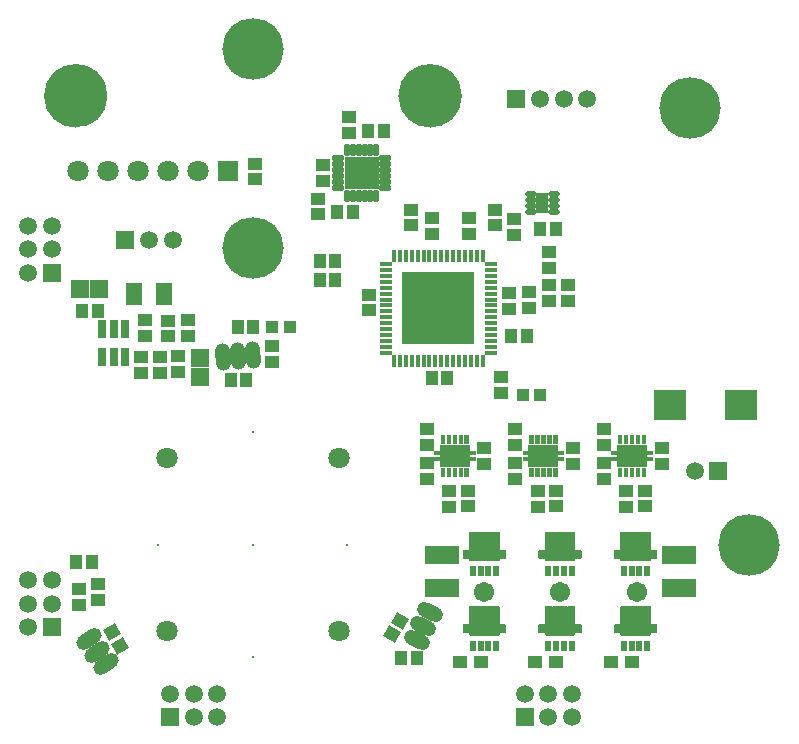
<source format=gts>
G04*
G04 #@! TF.GenerationSoftware,Altium Limited,Altium Designer,24.4.1 (13)*
G04*
G04 Layer_Color=8388736*
%FSLAX44Y44*%
%MOMM*%
G71*
G04*
G04 #@! TF.SameCoordinates,8FCA56C2-8F78-4201-AFF4-6E38B21BD071*
G04*
G04*
G04 #@! TF.FilePolarity,Negative*
G04*
G01*
G75*
%ADD46C,1.2000*%
%ADD47R,1.1532X1.0532*%
%ADD48R,1.2032X1.1032*%
%ADD49R,1.1032X1.8032*%
%ADD50R,0.5432X1.0032*%
%ADD51R,0.6232X0.8632*%
%ADD52R,1.1032X1.2032*%
%ADD53R,2.7532X2.6532*%
%ADD54R,0.4632X1.0632*%
%ADD55R,1.0632X0.4632*%
%ADD56R,2.9032X1.5032*%
%ADD57R,1.0032X1.0032*%
%ADD58R,6.2032X6.2032*%
G04:AMPARAMS|DCode=59|XSize=1.0032mm|YSize=0.5532mm|CornerRadius=0.1454mm|HoleSize=0mm|Usage=FLASHONLY|Rotation=180.000|XOffset=0mm|YOffset=0mm|HoleType=Round|Shape=RoundedRectangle|*
%AMROUNDEDRECTD59*
21,1,1.0032,0.2625,0,0,180.0*
21,1,0.7125,0.5532,0,0,180.0*
1,1,0.2907,-0.3563,0.1313*
1,1,0.2907,0.3563,0.1313*
1,1,0.2907,0.3563,-0.1313*
1,1,0.2907,-0.3563,-0.1313*
%
%ADD59ROUNDEDRECTD59*%
%ADD60R,2.9032X2.8032*%
G04:AMPARAMS|DCode=61|XSize=1.0532mm|YSize=0.5532mm|CornerRadius=0.1454mm|HoleSize=0mm|Usage=FLASHONLY|Rotation=270.000|XOffset=0mm|YOffset=0mm|HoleType=Round|Shape=RoundedRectangle|*
%AMROUNDEDRECTD61*
21,1,1.0532,0.2625,0,0,270.0*
21,1,0.7625,0.5532,0,0,270.0*
1,1,0.2907,-0.1313,-0.3813*
1,1,0.2907,-0.1313,0.3813*
1,1,0.2907,0.1313,0.3813*
1,1,0.2907,0.1313,-0.3813*
%
%ADD61ROUNDEDRECTD61*%
%ADD62R,0.8032X1.5532*%
%ADD63R,1.5032X1.6032*%
%ADD64R,1.4032X1.9532*%
%ADD65R,1.6032X1.5032*%
G04:AMPARAMS|DCode=66|XSize=1.1532mm|YSize=1.0532mm|CornerRadius=0mm|HoleSize=0mm|Usage=FLASHONLY|Rotation=30.000|XOffset=0mm|YOffset=0mm|HoleType=Round|Shape=Rectangle|*
%AMROTATEDRECTD66*
4,1,4,-0.2361,-0.7443,-0.7627,0.1678,0.2361,0.7443,0.7627,-0.1678,-0.2361,-0.7443,0.0*
%
%ADD66ROTATEDRECTD66*%

G04:AMPARAMS|DCode=67|XSize=1.1532mm|YSize=1.0532mm|CornerRadius=0mm|HoleSize=0mm|Usage=FLASHONLY|Rotation=150.000|XOffset=0mm|YOffset=0mm|HoleType=Round|Shape=Rectangle|*
%AMROTATEDRECTD67*
4,1,4,0.7627,0.1678,0.2361,-0.7443,-0.7627,-0.1678,-0.2361,0.7443,0.7627,0.1678,0.0*
%
%ADD67ROTATEDRECTD67*%

G04:AMPARAMS|DCode=68|XSize=0.9432mm|YSize=0.4832mm|CornerRadius=0.1366mm|HoleSize=0mm|Usage=FLASHONLY|Rotation=180.000|XOffset=0mm|YOffset=0mm|HoleType=Round|Shape=RoundedRectangle|*
%AMROUNDEDRECTD68*
21,1,0.9432,0.2100,0,0,180.0*
21,1,0.6700,0.4832,0,0,180.0*
1,1,0.2732,-0.3350,0.1050*
1,1,0.2732,0.3350,0.1050*
1,1,0.2732,0.3350,-0.1050*
1,1,0.2732,-0.3350,-0.1050*
%
%ADD68ROUNDEDRECTD68*%
%ADD69R,1.0532X1.1532*%
%ADD70C,1.5032*%
%ADD71R,1.5032X1.5032*%
%ADD72C,1.8032*%
%ADD73C,5.2032*%
G04:AMPARAMS|DCode=74|XSize=2.3432mm|YSize=1.2732mm|CornerRadius=0mm|HoleSize=0mm|Usage=FLASHONLY|Rotation=214.480|XOffset=0mm|YOffset=0mm|HoleType=Round|Shape=Round|*
%AMOVALD74*
21,1,1.0700,1.2732,0.0000,0.0000,214.48*
1,1,1.2732,0.4410,0.3029*
1,1,1.2732,-0.4410,-0.3029*
%
%ADD74OVALD74*%

G04:AMPARAMS|DCode=75|XSize=2.3432mm|YSize=1.2732mm|CornerRadius=0mm|HoleSize=0mm|Usage=FLASHONLY|Rotation=334.480|XOffset=0mm|YOffset=0mm|HoleType=Round|Shape=Round|*
%AMOVALD75*
21,1,1.0700,1.2732,0.0000,0.0000,334.48*
1,1,1.2732,-0.4828,0.2305*
1,1,1.2732,0.4828,-0.2305*
%
%ADD75OVALD75*%

G04:AMPARAMS|DCode=76|XSize=2.3432mm|YSize=1.2732mm|CornerRadius=0mm|HoleSize=0mm|Usage=FLASHONLY|Rotation=94.480|XOffset=0mm|YOffset=0mm|HoleType=Round|Shape=Round|*
%AMOVALD76*
21,1,1.0700,1.2732,0.0000,0.0000,94.48*
1,1,1.2732,0.0418,-0.5334*
1,1,1.2732,-0.0418,0.5334*
%
%ADD76OVALD76*%

%ADD77R,1.8032X1.8032*%
%ADD78C,1.7032*%
%ADD79C,0.2032*%
%ADD80R,1.5032X1.5032*%
%ADD81C,0.9032*%
G36*
X332900Y85300D02*
X329100D01*
Y92700D01*
X332900D01*
Y85300D01*
D02*
G37*
G36*
X327900D02*
X324100D01*
Y92700D01*
X327900D01*
Y85300D01*
D02*
G37*
G36*
X322900D02*
X319100D01*
Y92700D01*
X322900D01*
Y85300D01*
D02*
G37*
G36*
X317900D02*
X314100D01*
Y92700D01*
X317900D01*
Y85300D01*
D02*
G37*
G36*
X312900D02*
X309100D01*
Y92700D01*
X312900D01*
Y85300D01*
D02*
G37*
G36*
X257900D02*
X254100D01*
Y92700D01*
X257900D01*
Y85300D01*
D02*
G37*
G36*
X252900D02*
X249100D01*
Y92700D01*
X252900D01*
Y85300D01*
D02*
G37*
G36*
X247900D02*
X244100D01*
Y92700D01*
X247900D01*
Y85300D01*
D02*
G37*
G36*
X242900D02*
X239100D01*
Y92700D01*
X242900D01*
Y85300D01*
D02*
G37*
G36*
X237900D02*
X234100D01*
Y92700D01*
X237900D01*
Y85300D01*
D02*
G37*
G36*
X182900D02*
X179100D01*
Y92700D01*
X182900D01*
Y85300D01*
D02*
G37*
G36*
X177900D02*
X174100D01*
Y92700D01*
X177900D01*
Y85300D01*
D02*
G37*
G36*
X172900D02*
X169100D01*
Y92700D01*
X172900D01*
Y85300D01*
D02*
G37*
G36*
X167900D02*
X164100D01*
Y92700D01*
X167900D01*
Y85300D01*
D02*
G37*
G36*
X162900D02*
X159100D01*
Y92700D01*
X162900D01*
Y85300D01*
D02*
G37*
G36*
X333700Y79450D02*
X338700D01*
Y75550D01*
X333700D01*
Y74450D01*
X338700D01*
Y70550D01*
X333700D01*
Y66050D01*
X308300D01*
Y70550D01*
X303300D01*
Y74450D01*
X308300D01*
Y75550D01*
X303300D01*
Y79450D01*
X308300D01*
Y83950D01*
X333700D01*
Y79450D01*
D02*
G37*
G36*
X258700D02*
X263700D01*
Y75550D01*
X258700D01*
Y74450D01*
X263700D01*
Y70550D01*
X258700D01*
Y66050D01*
X233300D01*
Y70550D01*
X228300D01*
Y74450D01*
X233300D01*
Y75550D01*
X228300D01*
Y79450D01*
X233300D01*
Y83950D01*
X258700D01*
Y79450D01*
D02*
G37*
G36*
X183700D02*
X188700D01*
Y75550D01*
X183700D01*
Y74450D01*
X188700D01*
Y70550D01*
X183700D01*
Y66050D01*
X158300D01*
Y70550D01*
X153300D01*
Y74450D01*
X158300D01*
Y75550D01*
X153300D01*
Y79450D01*
X158300D01*
Y83950D01*
X183700D01*
Y79450D01*
D02*
G37*
G36*
X332900Y57300D02*
X329100D01*
Y64700D01*
X332900D01*
Y57300D01*
D02*
G37*
G36*
X327900D02*
X324100D01*
Y64700D01*
X327900D01*
Y57300D01*
D02*
G37*
G36*
X322900D02*
X319100D01*
Y64700D01*
X322900D01*
Y57300D01*
D02*
G37*
G36*
X317900D02*
X314100D01*
Y64700D01*
X317900D01*
Y57300D01*
D02*
G37*
G36*
X312900D02*
X309100D01*
Y64700D01*
X312900D01*
Y57300D01*
D02*
G37*
G36*
X257900D02*
X254100D01*
Y64700D01*
X257900D01*
Y57300D01*
D02*
G37*
G36*
X252900D02*
X249100D01*
Y64700D01*
X252900D01*
Y57300D01*
D02*
G37*
G36*
X247900D02*
X244100D01*
Y64700D01*
X247900D01*
Y57300D01*
D02*
G37*
G36*
X242900D02*
X239100D01*
Y64700D01*
X242900D01*
Y57300D01*
D02*
G37*
G36*
X237900D02*
X234100D01*
Y64700D01*
X237900D01*
Y57300D01*
D02*
G37*
G36*
X182900D02*
X179100D01*
Y64700D01*
X182900D01*
Y57300D01*
D02*
G37*
G36*
X177900D02*
X174100D01*
Y64700D01*
X177900D01*
Y57300D01*
D02*
G37*
G36*
X172900D02*
X169100D01*
Y64700D01*
X172900D01*
Y57300D01*
D02*
G37*
G36*
X167900D02*
X164100D01*
Y64700D01*
X167900D01*
Y57300D01*
D02*
G37*
G36*
X162900D02*
X159100D01*
Y64700D01*
X162900D01*
Y57300D01*
D02*
G37*
G36*
X335983Y11010D02*
X336113Y10984D01*
X336239Y10941D01*
X336359Y10882D01*
X336470Y10808D01*
X336570Y10720D01*
X336657Y10620D01*
X336731Y10509D01*
X336791Y10390D01*
X336833Y10264D01*
X336859Y10133D01*
X336868Y10000D01*
Y-4482D01*
X341300D01*
X341433Y-4491D01*
X341563Y-4516D01*
X341689Y-4559D01*
X341809Y-4618D01*
X341920Y-4692D01*
X342020Y-4780D01*
X342108Y-4880D01*
X342182Y-4991D01*
X342240Y-5110D01*
X342283Y-5236D01*
X342309Y-5367D01*
X342318Y-5500D01*
Y-11200D01*
X342309Y-11333D01*
X342283Y-11464D01*
X342240Y-11590D01*
X342182Y-11709D01*
X342108Y-11820D01*
X342020Y-11920D01*
X341920Y-12008D01*
X341809Y-12082D01*
X341689Y-12141D01*
X341563Y-12184D01*
X341433Y-12210D01*
X341300Y-12218D01*
X336868D01*
Y-13000D01*
X336859Y-13133D01*
X336833Y-13263D01*
X336791Y-13390D01*
X336731Y-13509D01*
X336657Y-13620D01*
X336570Y-13720D01*
X336470Y-13808D01*
X336359Y-13882D01*
X336239Y-13941D01*
X336113Y-13984D01*
X335983Y-14009D01*
X335850Y-14018D01*
X312150D01*
X312017Y-14009D01*
X311886Y-13984D01*
X311760Y-13941D01*
X311641Y-13882D01*
X311530Y-13808D01*
X311430Y-13720D01*
X311342Y-13620D01*
X311268Y-13509D01*
X311209Y-13390D01*
X311166Y-13263D01*
X311140Y-13133D01*
X311132Y-13000D01*
Y-12218D01*
X306700D01*
X306567Y-12210D01*
X306436Y-12184D01*
X306310Y-12141D01*
X306191Y-12082D01*
X306080Y-12008D01*
X305980Y-11920D01*
X305892Y-11820D01*
X305818Y-11709D01*
X305759Y-11590D01*
X305716Y-11464D01*
X305690Y-11333D01*
X305682Y-11200D01*
Y-5500D01*
X305690Y-5367D01*
X305716Y-5236D01*
X305759Y-5110D01*
X305818Y-4991D01*
X305892Y-4880D01*
X305980Y-4780D01*
X306080Y-4692D01*
X306191Y-4618D01*
X306310Y-4559D01*
X306436Y-4516D01*
X306567Y-4491D01*
X306700Y-4482D01*
X311132D01*
Y10000D01*
X311140Y10133D01*
X311166Y10264D01*
X311209Y10390D01*
X311268Y10509D01*
X311342Y10620D01*
X311430Y10720D01*
X311530Y10808D01*
X311641Y10882D01*
X311760Y10941D01*
X311886Y10984D01*
X312017Y11010D01*
X312150Y11018D01*
X316350D01*
X316483Y11010D01*
X316613Y10984D01*
X316739Y10941D01*
X316859Y10882D01*
X316970Y10808D01*
X317070Y10720D01*
X317158Y10620D01*
X317232Y10509D01*
X317290Y10390D01*
X317333Y10264D01*
X317359Y10133D01*
X317368Y10000D01*
Y6318D01*
X317632D01*
Y10000D01*
X317640Y10133D01*
X317666Y10264D01*
X317709Y10390D01*
X317768Y10509D01*
X317842Y10620D01*
X317930Y10720D01*
X318030Y10808D01*
X318141Y10882D01*
X318260Y10941D01*
X318386Y10984D01*
X318517Y11010D01*
X318650Y11018D01*
X322850D01*
X322983Y11010D01*
X323113Y10984D01*
X323239Y10941D01*
X323359Y10882D01*
X323470Y10808D01*
X323570Y10720D01*
X323657Y10620D01*
X323731Y10509D01*
X323791Y10390D01*
X323833Y10264D01*
X323859Y10133D01*
X323868Y10000D01*
Y6318D01*
X324132D01*
Y10000D01*
X324140Y10133D01*
X324166Y10264D01*
X324209Y10390D01*
X324268Y10509D01*
X324342Y10620D01*
X324430Y10720D01*
X324530Y10808D01*
X324641Y10882D01*
X324760Y10941D01*
X324886Y10984D01*
X325017Y11010D01*
X325150Y11018D01*
X329350D01*
X329483Y11010D01*
X329613Y10984D01*
X329739Y10941D01*
X329859Y10882D01*
X329970Y10808D01*
X330070Y10720D01*
X330158Y10620D01*
X330232Y10509D01*
X330290Y10390D01*
X330333Y10264D01*
X330359Y10133D01*
X330368Y10000D01*
Y6318D01*
X330632D01*
Y10000D01*
X330640Y10133D01*
X330666Y10264D01*
X330709Y10390D01*
X330768Y10509D01*
X330842Y10620D01*
X330930Y10720D01*
X331030Y10808D01*
X331141Y10882D01*
X331260Y10941D01*
X331386Y10984D01*
X331517Y11010D01*
X331650Y11018D01*
X335850D01*
X335983Y11010D01*
D02*
G37*
G36*
X207983Y11009D02*
X208113Y10983D01*
X208239Y10941D01*
X208359Y10882D01*
X208470Y10807D01*
X208570Y10720D01*
X208658Y10620D01*
X208732Y10509D01*
X208790Y10389D01*
X208833Y10263D01*
X208859Y10133D01*
X208868Y10000D01*
Y-4482D01*
X213300D01*
X213433Y-4491D01*
X213563Y-4517D01*
X213689Y-4559D01*
X213809Y-4618D01*
X213920Y-4692D01*
X214020Y-4780D01*
X214108Y-4880D01*
X214182Y-4991D01*
X214240Y-5111D01*
X214283Y-5237D01*
X214309Y-5367D01*
X214318Y-5500D01*
Y-11200D01*
X214309Y-11333D01*
X214283Y-11464D01*
X214240Y-11590D01*
X214182Y-11709D01*
X214108Y-11820D01*
X214020Y-11920D01*
X213920Y-12008D01*
X213809Y-12082D01*
X213689Y-12141D01*
X213563Y-12184D01*
X213433Y-12210D01*
X213300Y-12218D01*
X208868D01*
Y-13000D01*
X208859Y-13133D01*
X208833Y-13264D01*
X208790Y-13390D01*
X208732Y-13509D01*
X208658Y-13620D01*
X208570Y-13720D01*
X208470Y-13808D01*
X208359Y-13882D01*
X208239Y-13941D01*
X208113Y-13984D01*
X207983Y-14010D01*
X207850Y-14018D01*
X184150D01*
X184017Y-14010D01*
X183886Y-13984D01*
X183760Y-13941D01*
X183641Y-13882D01*
X183530Y-13808D01*
X183430Y-13720D01*
X183342Y-13620D01*
X183268Y-13509D01*
X183209Y-13390D01*
X183166Y-13264D01*
X183140Y-13133D01*
X183132Y-13000D01*
Y-12218D01*
X178700D01*
X178567Y-12210D01*
X178436Y-12184D01*
X178310Y-12141D01*
X178191Y-12082D01*
X178080Y-12008D01*
X177980Y-11920D01*
X177892Y-11820D01*
X177818Y-11709D01*
X177759Y-11590D01*
X177716Y-11464D01*
X177690Y-11333D01*
X177682Y-11200D01*
Y-5500D01*
X177690Y-5367D01*
X177716Y-5237D01*
X177759Y-5111D01*
X177818Y-4991D01*
X177892Y-4880D01*
X177980Y-4780D01*
X178080Y-4692D01*
X178191Y-4618D01*
X178310Y-4559D01*
X178436Y-4517D01*
X178567Y-4491D01*
X178700Y-4482D01*
X183132D01*
Y10000D01*
X183140Y10133D01*
X183166Y10263D01*
X183209Y10389D01*
X183268Y10509D01*
X183342Y10620D01*
X183430Y10720D01*
X183530Y10807D01*
X183641Y10882D01*
X183760Y10941D01*
X183886Y10983D01*
X184017Y11009D01*
X184150Y11018D01*
X188350D01*
X188483Y11009D01*
X188613Y10983D01*
X188739Y10941D01*
X188859Y10882D01*
X188970Y10807D01*
X189070Y10720D01*
X189158Y10620D01*
X189232Y10509D01*
X189291Y10389D01*
X189333Y10263D01*
X189359Y10133D01*
X189368Y10000D01*
Y6318D01*
X189632D01*
Y10000D01*
X189640Y10133D01*
X189666Y10263D01*
X189709Y10389D01*
X189768Y10509D01*
X189842Y10620D01*
X189930Y10720D01*
X190030Y10807D01*
X190141Y10882D01*
X190260Y10941D01*
X190386Y10983D01*
X190517Y11009D01*
X190650Y11018D01*
X194850D01*
X194983Y11009D01*
X195113Y10983D01*
X195239Y10941D01*
X195359Y10882D01*
X195470Y10807D01*
X195570Y10720D01*
X195658Y10620D01*
X195732Y10509D01*
X195791Y10389D01*
X195833Y10263D01*
X195859Y10133D01*
X195868Y10000D01*
Y6318D01*
X196132D01*
Y10000D01*
X196140Y10133D01*
X196166Y10263D01*
X196209Y10389D01*
X196268Y10509D01*
X196342Y10620D01*
X196430Y10720D01*
X196530Y10807D01*
X196641Y10882D01*
X196760Y10941D01*
X196886Y10983D01*
X197017Y11009D01*
X197150Y11018D01*
X201350D01*
X201483Y11009D01*
X201613Y10983D01*
X201739Y10941D01*
X201859Y10882D01*
X201970Y10807D01*
X202070Y10720D01*
X202158Y10620D01*
X202232Y10509D01*
X202290Y10389D01*
X202333Y10263D01*
X202359Y10133D01*
X202368Y10000D01*
Y6318D01*
X202632D01*
Y10000D01*
X202640Y10133D01*
X202666Y10263D01*
X202709Y10389D01*
X202768Y10509D01*
X202842Y10620D01*
X202930Y10720D01*
X203030Y10807D01*
X203141Y10882D01*
X203260Y10941D01*
X203386Y10983D01*
X203517Y11009D01*
X203650Y11018D01*
X207850D01*
X207983Y11009D01*
D02*
G37*
G36*
X271983Y11009D02*
X272113Y10983D01*
X272239Y10940D01*
X272359Y10882D01*
X272470Y10807D01*
X272570Y10720D01*
X272658Y10620D01*
X272732Y10509D01*
X272791Y10389D01*
X272833Y10263D01*
X272859Y10133D01*
X272868Y10000D01*
Y-4482D01*
X277300D01*
X277433Y-4491D01*
X277563Y-4517D01*
X277689Y-4560D01*
X277809Y-4618D01*
X277920Y-4692D01*
X278020Y-4780D01*
X278108Y-4880D01*
X278182Y-4991D01*
X278241Y-5111D01*
X278283Y-5237D01*
X278309Y-5367D01*
X278318Y-5500D01*
Y-11200D01*
X278309Y-11333D01*
X278283Y-11464D01*
X278241Y-11590D01*
X278182Y-11709D01*
X278108Y-11820D01*
X278020Y-11920D01*
X277920Y-12008D01*
X277809Y-12082D01*
X277689Y-12141D01*
X277563Y-12184D01*
X277433Y-12210D01*
X277300Y-12218D01*
X272868D01*
Y-13000D01*
X272859Y-13133D01*
X272833Y-13264D01*
X272791Y-13390D01*
X272732Y-13509D01*
X272658Y-13620D01*
X272570Y-13720D01*
X272470Y-13808D01*
X272359Y-13882D01*
X272239Y-13941D01*
X272113Y-13984D01*
X271983Y-14010D01*
X271850Y-14018D01*
X248150D01*
X248017Y-14010D01*
X247886Y-13984D01*
X247760Y-13941D01*
X247641Y-13882D01*
X247530Y-13808D01*
X247430Y-13720D01*
X247342Y-13620D01*
X247268Y-13509D01*
X247209Y-13390D01*
X247166Y-13264D01*
X247140Y-13133D01*
X247132Y-13000D01*
Y-12218D01*
X242700D01*
X242567Y-12210D01*
X242436Y-12184D01*
X242310Y-12141D01*
X242191Y-12082D01*
X242080Y-12008D01*
X241980Y-11920D01*
X241892Y-11820D01*
X241818Y-11709D01*
X241759Y-11590D01*
X241716Y-11464D01*
X241690Y-11333D01*
X241682Y-11200D01*
Y-5500D01*
X241690Y-5367D01*
X241716Y-5237D01*
X241759Y-5111D01*
X241818Y-4991D01*
X241892Y-4880D01*
X241980Y-4780D01*
X242080Y-4692D01*
X242191Y-4618D01*
X242310Y-4560D01*
X242436Y-4517D01*
X242567Y-4491D01*
X242700Y-4482D01*
X247132D01*
Y10000D01*
X247140Y10133D01*
X247166Y10263D01*
X247209Y10389D01*
X247268Y10509D01*
X247342Y10620D01*
X247430Y10720D01*
X247530Y10807D01*
X247641Y10882D01*
X247760Y10940D01*
X247886Y10983D01*
X248017Y11009D01*
X248150Y11018D01*
X252350D01*
X252483Y11009D01*
X252613Y10983D01*
X252740Y10940D01*
X252859Y10882D01*
X252970Y10807D01*
X253070Y10720D01*
X253158Y10620D01*
X253232Y10509D01*
X253291Y10389D01*
X253333Y10263D01*
X253359Y10133D01*
X253368Y10000D01*
Y6318D01*
X253632D01*
Y10000D01*
X253640Y10133D01*
X253666Y10263D01*
X253709Y10389D01*
X253768Y10509D01*
X253842Y10620D01*
X253930Y10720D01*
X254030Y10807D01*
X254141Y10882D01*
X254260Y10940D01*
X254386Y10983D01*
X254517Y11009D01*
X254650Y11018D01*
X258850D01*
X258983Y11009D01*
X259113Y10983D01*
X259240Y10940D01*
X259359Y10882D01*
X259470Y10807D01*
X259570Y10720D01*
X259658Y10620D01*
X259732Y10509D01*
X259790Y10389D01*
X259833Y10263D01*
X259859Y10133D01*
X259868Y10000D01*
Y6318D01*
X260132D01*
Y10000D01*
X260140Y10133D01*
X260166Y10263D01*
X260209Y10389D01*
X260268Y10509D01*
X260342Y10620D01*
X260430Y10720D01*
X260530Y10807D01*
X260641Y10882D01*
X260760Y10940D01*
X260886Y10983D01*
X261017Y11009D01*
X261150Y11018D01*
X265350D01*
X265483Y11009D01*
X265613Y10983D01*
X265739Y10940D01*
X265859Y10882D01*
X265970Y10807D01*
X266070Y10720D01*
X266158Y10620D01*
X266232Y10509D01*
X266291Y10389D01*
X266333Y10263D01*
X266359Y10133D01*
X266368Y10000D01*
Y6318D01*
X266632D01*
Y10000D01*
X266640Y10133D01*
X266666Y10263D01*
X266709Y10389D01*
X266768Y10509D01*
X266842Y10620D01*
X266930Y10720D01*
X267030Y10807D01*
X267141Y10882D01*
X267260Y10940D01*
X267386Y10983D01*
X267517Y11009D01*
X267650Y11018D01*
X271850D01*
X271983Y11009D01*
D02*
G37*
G36*
X335983Y-51991D02*
X336114Y-52017D01*
X336240Y-52059D01*
X336359Y-52118D01*
X336470Y-52192D01*
X336570Y-52280D01*
X336658Y-52380D01*
X336732Y-52491D01*
X336791Y-52610D01*
X336833Y-52737D01*
X336860Y-52867D01*
X336868Y-53000D01*
Y-67482D01*
X341300D01*
X341433Y-67491D01*
X341563Y-67517D01*
X341690Y-67559D01*
X341809Y-67618D01*
X341920Y-67692D01*
X342020Y-67780D01*
X342108Y-67880D01*
X342182Y-67991D01*
X342241Y-68110D01*
X342284Y-68236D01*
X342309Y-68367D01*
X342318Y-68500D01*
Y-74200D01*
X342309Y-74333D01*
X342284Y-74464D01*
X342241Y-74590D01*
X342182Y-74709D01*
X342108Y-74820D01*
X342020Y-74920D01*
X341920Y-75008D01*
X341809Y-75082D01*
X341690Y-75141D01*
X341563Y-75184D01*
X341433Y-75209D01*
X341300Y-75218D01*
X336868D01*
Y-76000D01*
X336860Y-76133D01*
X336833Y-76264D01*
X336791Y-76390D01*
X336732Y-76509D01*
X336658Y-76620D01*
X336570Y-76720D01*
X336470Y-76808D01*
X336359Y-76882D01*
X336240Y-76941D01*
X336114Y-76983D01*
X335983Y-77010D01*
X335850Y-77018D01*
X312150D01*
X312017Y-77010D01*
X311887Y-76983D01*
X311760Y-76941D01*
X311641Y-76882D01*
X311530Y-76808D01*
X311430Y-76720D01*
X311342Y-76620D01*
X311268Y-76509D01*
X311209Y-76390D01*
X311166Y-76264D01*
X311141Y-76133D01*
X311132Y-76000D01*
Y-75218D01*
X306700D01*
X306567Y-75209D01*
X306437Y-75184D01*
X306310Y-75141D01*
X306191Y-75082D01*
X306080Y-75008D01*
X305980Y-74920D01*
X305892Y-74820D01*
X305818Y-74709D01*
X305759Y-74590D01*
X305716Y-74464D01*
X305690Y-74333D01*
X305682Y-74200D01*
Y-68500D01*
X305690Y-68367D01*
X305716Y-68236D01*
X305759Y-68110D01*
X305818Y-67991D01*
X305892Y-67880D01*
X305980Y-67780D01*
X306080Y-67692D01*
X306191Y-67618D01*
X306310Y-67559D01*
X306437Y-67517D01*
X306567Y-67491D01*
X306700Y-67482D01*
X311132D01*
Y-53000D01*
X311141Y-52867D01*
X311166Y-52737D01*
X311209Y-52610D01*
X311268Y-52491D01*
X311342Y-52380D01*
X311430Y-52280D01*
X311530Y-52192D01*
X311641Y-52118D01*
X311760Y-52059D01*
X311887Y-52017D01*
X312017Y-51991D01*
X312150Y-51982D01*
X316350D01*
X316483Y-51991D01*
X316614Y-52017D01*
X316740Y-52059D01*
X316859Y-52118D01*
X316970Y-52192D01*
X317070Y-52280D01*
X317158Y-52380D01*
X317232Y-52491D01*
X317291Y-52610D01*
X317334Y-52737D01*
X317360Y-52867D01*
X317368Y-53000D01*
Y-56682D01*
X317632D01*
Y-53000D01*
X317640Y-52867D01*
X317666Y-52737D01*
X317709Y-52610D01*
X317768Y-52491D01*
X317842Y-52380D01*
X317930Y-52280D01*
X318030Y-52192D01*
X318141Y-52118D01*
X318260Y-52059D01*
X318386Y-52017D01*
X318517Y-51991D01*
X318650Y-51982D01*
X322850D01*
X322983Y-51991D01*
X323114Y-52017D01*
X323240Y-52059D01*
X323359Y-52118D01*
X323470Y-52192D01*
X323570Y-52280D01*
X323658Y-52380D01*
X323732Y-52491D01*
X323791Y-52610D01*
X323834Y-52737D01*
X323859Y-52867D01*
X323868Y-53000D01*
Y-56682D01*
X324132D01*
Y-53000D01*
X324141Y-52867D01*
X324166Y-52737D01*
X324209Y-52610D01*
X324268Y-52491D01*
X324342Y-52380D01*
X324430Y-52280D01*
X324530Y-52192D01*
X324641Y-52118D01*
X324760Y-52059D01*
X324887Y-52017D01*
X325017Y-51991D01*
X325150Y-51982D01*
X329350D01*
X329483Y-51991D01*
X329613Y-52017D01*
X329740Y-52059D01*
X329859Y-52118D01*
X329970Y-52192D01*
X330070Y-52280D01*
X330158Y-52380D01*
X330232Y-52491D01*
X330291Y-52610D01*
X330334Y-52737D01*
X330359Y-52867D01*
X330368Y-53000D01*
Y-56682D01*
X330632D01*
Y-53000D01*
X330640Y-52867D01*
X330667Y-52737D01*
X330709Y-52610D01*
X330768Y-52491D01*
X330842Y-52380D01*
X330930Y-52280D01*
X331030Y-52192D01*
X331141Y-52118D01*
X331260Y-52059D01*
X331386Y-52017D01*
X331517Y-51991D01*
X331650Y-51982D01*
X335850D01*
X335983Y-51991D01*
D02*
G37*
G36*
X207983Y-51991D02*
X208113Y-52017D01*
X208240Y-52059D01*
X208359Y-52118D01*
X208470Y-52192D01*
X208570Y-52280D01*
X208658Y-52380D01*
X208732Y-52491D01*
X208791Y-52610D01*
X208834Y-52737D01*
X208860Y-52867D01*
X208868Y-53000D01*
Y-67482D01*
X213300D01*
X213433Y-67491D01*
X213563Y-67517D01*
X213690Y-67559D01*
X213809Y-67618D01*
X213920Y-67692D01*
X214020Y-67780D01*
X214108Y-67880D01*
X214182Y-67991D01*
X214241Y-68110D01*
X214284Y-68236D01*
X214310Y-68367D01*
X214318Y-68500D01*
Y-74200D01*
X214310Y-74333D01*
X214284Y-74464D01*
X214241Y-74590D01*
X214182Y-74709D01*
X214108Y-74820D01*
X214020Y-74920D01*
X213920Y-75008D01*
X213809Y-75082D01*
X213690Y-75141D01*
X213563Y-75184D01*
X213433Y-75209D01*
X213300Y-75218D01*
X208868D01*
Y-76000D01*
X208860Y-76133D01*
X208834Y-76264D01*
X208791Y-76390D01*
X208732Y-76509D01*
X208658Y-76620D01*
X208570Y-76720D01*
X208470Y-76808D01*
X208359Y-76882D01*
X208240Y-76941D01*
X208113Y-76983D01*
X207983Y-77010D01*
X207850Y-77018D01*
X184150D01*
X184017Y-77010D01*
X183887Y-76983D01*
X183760Y-76941D01*
X183641Y-76882D01*
X183530Y-76808D01*
X183430Y-76720D01*
X183342Y-76620D01*
X183268Y-76509D01*
X183209Y-76390D01*
X183167Y-76264D01*
X183141Y-76133D01*
X183132Y-76000D01*
Y-75218D01*
X178700D01*
X178567Y-75209D01*
X178437Y-75184D01*
X178310Y-75141D01*
X178191Y-75082D01*
X178080Y-75008D01*
X177980Y-74920D01*
X177892Y-74820D01*
X177818Y-74709D01*
X177759Y-74590D01*
X177717Y-74464D01*
X177691Y-74333D01*
X177682Y-74200D01*
Y-68500D01*
X177691Y-68367D01*
X177717Y-68236D01*
X177759Y-68110D01*
X177818Y-67991D01*
X177892Y-67880D01*
X177980Y-67780D01*
X178080Y-67692D01*
X178191Y-67618D01*
X178310Y-67559D01*
X178437Y-67517D01*
X178567Y-67491D01*
X178700Y-67482D01*
X183132D01*
Y-53000D01*
X183141Y-52867D01*
X183167Y-52737D01*
X183209Y-52610D01*
X183268Y-52491D01*
X183342Y-52380D01*
X183430Y-52280D01*
X183530Y-52192D01*
X183641Y-52118D01*
X183760Y-52059D01*
X183887Y-52017D01*
X184017Y-51991D01*
X184150Y-51982D01*
X188350D01*
X188483Y-51991D01*
X188613Y-52017D01*
X188740Y-52059D01*
X188859Y-52118D01*
X188970Y-52192D01*
X189070Y-52280D01*
X189158Y-52380D01*
X189232Y-52491D01*
X189291Y-52610D01*
X189333Y-52737D01*
X189359Y-52867D01*
X189368Y-53000D01*
Y-56682D01*
X189632D01*
Y-53000D01*
X189641Y-52867D01*
X189667Y-52737D01*
X189709Y-52610D01*
X189768Y-52491D01*
X189842Y-52380D01*
X189930Y-52280D01*
X190030Y-52192D01*
X190141Y-52118D01*
X190260Y-52059D01*
X190387Y-52017D01*
X190517Y-51991D01*
X190650Y-51982D01*
X194850D01*
X194983Y-51991D01*
X195114Y-52017D01*
X195240Y-52059D01*
X195359Y-52118D01*
X195470Y-52192D01*
X195570Y-52280D01*
X195658Y-52380D01*
X195732Y-52491D01*
X195791Y-52610D01*
X195833Y-52737D01*
X195860Y-52867D01*
X195868Y-53000D01*
Y-56682D01*
X196132D01*
Y-53000D01*
X196141Y-52867D01*
X196166Y-52737D01*
X196209Y-52610D01*
X196268Y-52491D01*
X196342Y-52380D01*
X196430Y-52280D01*
X196530Y-52192D01*
X196641Y-52118D01*
X196760Y-52059D01*
X196887Y-52017D01*
X197017Y-51991D01*
X197150Y-51982D01*
X201350D01*
X201483Y-51991D01*
X201614Y-52017D01*
X201740Y-52059D01*
X201859Y-52118D01*
X201970Y-52192D01*
X202070Y-52280D01*
X202158Y-52380D01*
X202232Y-52491D01*
X202291Y-52610D01*
X202334Y-52737D01*
X202360Y-52867D01*
X202368Y-53000D01*
Y-56682D01*
X202632D01*
Y-53000D01*
X202640Y-52867D01*
X202666Y-52737D01*
X202709Y-52610D01*
X202768Y-52491D01*
X202842Y-52380D01*
X202930Y-52280D01*
X203030Y-52192D01*
X203141Y-52118D01*
X203260Y-52059D01*
X203386Y-52017D01*
X203517Y-51991D01*
X203650Y-51982D01*
X207850D01*
X207983Y-51991D01*
D02*
G37*
G36*
X271983Y-51991D02*
X272113Y-52017D01*
X272239Y-52060D01*
X272359Y-52119D01*
X272470Y-52193D01*
X272570Y-52280D01*
X272658Y-52380D01*
X272732Y-52491D01*
X272791Y-52611D01*
X272833Y-52737D01*
X272859Y-52867D01*
X272868Y-53000D01*
Y-67482D01*
X277300D01*
X277433Y-67491D01*
X277563Y-67517D01*
X277689Y-67560D01*
X277809Y-67618D01*
X277920Y-67692D01*
X278020Y-67780D01*
X278108Y-67880D01*
X278182Y-67991D01*
X278241Y-68111D01*
X278283Y-68237D01*
X278309Y-68367D01*
X278318Y-68500D01*
Y-74200D01*
X278309Y-74333D01*
X278283Y-74464D01*
X278241Y-74590D01*
X278182Y-74709D01*
X278108Y-74820D01*
X278020Y-74920D01*
X277920Y-75008D01*
X277809Y-75082D01*
X277689Y-75141D01*
X277563Y-75184D01*
X277433Y-75210D01*
X277300Y-75218D01*
X272868D01*
Y-76000D01*
X272859Y-76133D01*
X272833Y-76264D01*
X272791Y-76390D01*
X272732Y-76509D01*
X272658Y-76620D01*
X272570Y-76720D01*
X272470Y-76808D01*
X272359Y-76882D01*
X272239Y-76941D01*
X272113Y-76984D01*
X271983Y-77010D01*
X271850Y-77018D01*
X248150D01*
X248017Y-77010D01*
X247886Y-76984D01*
X247760Y-76941D01*
X247641Y-76882D01*
X247530Y-76808D01*
X247430Y-76720D01*
X247342Y-76620D01*
X247268Y-76509D01*
X247209Y-76390D01*
X247166Y-76264D01*
X247140Y-76133D01*
X247132Y-76000D01*
Y-75218D01*
X242700D01*
X242567Y-75210D01*
X242436Y-75184D01*
X242310Y-75141D01*
X242191Y-75082D01*
X242080Y-75008D01*
X241980Y-74920D01*
X241892Y-74820D01*
X241818Y-74709D01*
X241759Y-74590D01*
X241716Y-74464D01*
X241690Y-74333D01*
X241682Y-74200D01*
Y-68500D01*
X241690Y-68367D01*
X241716Y-68237D01*
X241759Y-68111D01*
X241818Y-67991D01*
X241892Y-67880D01*
X241980Y-67780D01*
X242080Y-67692D01*
X242191Y-67618D01*
X242310Y-67560D01*
X242436Y-67517D01*
X242567Y-67491D01*
X242700Y-67482D01*
X247132D01*
Y-53000D01*
X247140Y-52867D01*
X247166Y-52737D01*
X247209Y-52611D01*
X247268Y-52491D01*
X247342Y-52380D01*
X247430Y-52280D01*
X247530Y-52193D01*
X247641Y-52119D01*
X247760Y-52060D01*
X247886Y-52017D01*
X248017Y-51991D01*
X248150Y-51982D01*
X252350D01*
X252483Y-51991D01*
X252613Y-52017D01*
X252740Y-52060D01*
X252859Y-52119D01*
X252970Y-52193D01*
X253070Y-52280D01*
X253158Y-52380D01*
X253232Y-52491D01*
X253291Y-52611D01*
X253333Y-52737D01*
X253359Y-52867D01*
X253368Y-53000D01*
Y-56682D01*
X253632D01*
Y-53000D01*
X253640Y-52867D01*
X253666Y-52737D01*
X253709Y-52611D01*
X253768Y-52491D01*
X253842Y-52380D01*
X253930Y-52280D01*
X254030Y-52193D01*
X254141Y-52119D01*
X254260Y-52060D01*
X254386Y-52017D01*
X254517Y-51991D01*
X254650Y-51982D01*
X258850D01*
X258983Y-51991D01*
X259113Y-52017D01*
X259240Y-52060D01*
X259359Y-52119D01*
X259470Y-52193D01*
X259570Y-52280D01*
X259658Y-52380D01*
X259732Y-52491D01*
X259790Y-52611D01*
X259833Y-52737D01*
X259859Y-52867D01*
X259868Y-53000D01*
Y-56682D01*
X260132D01*
Y-53000D01*
X260140Y-52867D01*
X260166Y-52737D01*
X260209Y-52611D01*
X260268Y-52491D01*
X260342Y-52380D01*
X260430Y-52280D01*
X260530Y-52193D01*
X260641Y-52119D01*
X260760Y-52060D01*
X260886Y-52017D01*
X261017Y-51991D01*
X261150Y-51982D01*
X265350D01*
X265483Y-51991D01*
X265613Y-52017D01*
X265739Y-52060D01*
X265859Y-52119D01*
X265970Y-52193D01*
X266070Y-52280D01*
X266158Y-52380D01*
X266232Y-52491D01*
X266291Y-52611D01*
X266333Y-52737D01*
X266359Y-52867D01*
X266368Y-53000D01*
Y-56682D01*
X266632D01*
Y-53000D01*
X266640Y-52867D01*
X266666Y-52737D01*
X266709Y-52611D01*
X266768Y-52491D01*
X266842Y-52380D01*
X266930Y-52280D01*
X267030Y-52193D01*
X267141Y-52119D01*
X267260Y-52060D01*
X267386Y-52017D01*
X267517Y-51991D01*
X267650Y-51982D01*
X271850D01*
X271983Y-51991D01*
D02*
G37*
D46*
X171000Y380000D02*
G03*
X171000Y380000I-21000J0D01*
G01*
X-129000D02*
G03*
X-129000Y380000I-21000J0D01*
G01*
D47*
X134000Y283500D02*
D03*
X196000Y68500D02*
D03*
Y81500D02*
D03*
X346000Y68500D02*
D03*
Y81500D02*
D03*
X271000Y81500D02*
D03*
Y68500D02*
D03*
X2000Y309500D02*
D03*
Y322500D02*
D03*
X134000Y270500D02*
D03*
X210000Y128500D02*
D03*
Y141500D02*
D03*
X251000Y247500D02*
D03*
Y234500D02*
D03*
Y219500D02*
D03*
Y206500D02*
D03*
X267000D02*
D03*
Y219500D02*
D03*
X234000Y200500D02*
D03*
Y213500D02*
D03*
X-131000Y-33500D02*
D03*
Y-46500D02*
D03*
X55000Y293000D02*
D03*
Y280000D02*
D03*
X-72000Y189500D02*
D03*
Y176500D02*
D03*
X-79000Y158500D02*
D03*
Y145500D02*
D03*
X-95000Y158500D02*
D03*
Y145500D02*
D03*
X147000Y84500D02*
D03*
Y97500D02*
D03*
X182000Y32500D02*
D03*
Y45500D02*
D03*
X332000Y32500D02*
D03*
Y45500D02*
D03*
X297000Y84500D02*
D03*
Y97500D02*
D03*
X222000Y84500D02*
D03*
Y97500D02*
D03*
X257000Y32500D02*
D03*
Y45500D02*
D03*
X205000Y270500D02*
D03*
Y283500D02*
D03*
D48*
X152000Y276750D02*
D03*
X221000Y275750D02*
D03*
X147000Y68750D02*
D03*
Y55250D02*
D03*
X222000Y68750D02*
D03*
Y55250D02*
D03*
X297000Y68750D02*
D03*
Y55250D02*
D03*
X152000Y263250D02*
D03*
X183000D02*
D03*
Y276750D02*
D03*
X239000Y-99000D02*
D03*
X257000D02*
D03*
X59000Y308250D02*
D03*
Y321750D02*
D03*
X81000Y348250D02*
D03*
Y361750D02*
D03*
X-55000Y176250D02*
D03*
Y189750D02*
D03*
X-91000D02*
D03*
Y176250D02*
D03*
X16000Y154250D02*
D03*
Y167750D02*
D03*
X-147000Y-37250D02*
D03*
Y-50750D02*
D03*
X166000Y32250D02*
D03*
Y45750D02*
D03*
X316000Y32250D02*
D03*
Y45750D02*
D03*
X241000Y32250D02*
D03*
Y45750D02*
D03*
X221000Y262250D02*
D03*
X98000Y198250D02*
D03*
Y211750D02*
D03*
X175000Y-99000D02*
D03*
X193000D02*
D03*
X303000D02*
D03*
X321000D02*
D03*
X217000Y212750D02*
D03*
Y199250D02*
D03*
X-63000Y146250D02*
D03*
Y159750D02*
D03*
D49*
X245000Y289000D02*
D03*
D50*
X205750Y5000D02*
D03*
X199250D02*
D03*
X192750D02*
D03*
X186250D02*
D03*
X314250Y-58000D02*
D03*
X320750D02*
D03*
X327250D02*
D03*
X333750D02*
D03*
X333750Y5000D02*
D03*
X327250D02*
D03*
X320750D02*
D03*
X314250D02*
D03*
X269750Y5000D02*
D03*
X263250D02*
D03*
X256750D02*
D03*
X250250D02*
D03*
X205750Y-58000D02*
D03*
X199250D02*
D03*
X192750D02*
D03*
X186250D02*
D03*
X250250Y-58000D02*
D03*
X256750D02*
D03*
X263250D02*
D03*
X269750D02*
D03*
D51*
X199250Y-22700D02*
D03*
X192750D02*
D03*
X205750D02*
D03*
X186250D02*
D03*
X314250Y-85700D02*
D03*
X333750D02*
D03*
X320750D02*
D03*
X327250D02*
D03*
X327250Y-22700D02*
D03*
X320750D02*
D03*
X333750D02*
D03*
X314250D02*
D03*
X263250Y-22700D02*
D03*
X256750D02*
D03*
X269750D02*
D03*
X250250D02*
D03*
X199250Y-85700D02*
D03*
X192750D02*
D03*
X205750D02*
D03*
X186250D02*
D03*
X250250Y-85700D02*
D03*
X269750D02*
D03*
X256750D02*
D03*
X263250D02*
D03*
D52*
X231750Y177000D02*
D03*
X218250D02*
D03*
X-136250Y-15000D02*
D03*
X-149750D02*
D03*
X164750Y141000D02*
D03*
X151250D02*
D03*
X97250Y350000D02*
D03*
X110750D02*
D03*
X84750Y282000D02*
D03*
X71250D02*
D03*
X-131250Y198000D02*
D03*
X-144750D02*
D03*
X138750Y-96000D02*
D03*
X125250D02*
D03*
X256750Y267000D02*
D03*
X243250D02*
D03*
D53*
X352750Y118000D02*
D03*
X413250D02*
D03*
D54*
X144500Y244350D02*
D03*
X194500D02*
D03*
X189500D02*
D03*
X184500D02*
D03*
X179500D02*
D03*
X174500D02*
D03*
X169500D02*
D03*
X164500D02*
D03*
X159500D02*
D03*
X154500D02*
D03*
X149500D02*
D03*
X139500D02*
D03*
X134500D02*
D03*
X129500D02*
D03*
X124500D02*
D03*
X119500D02*
D03*
Y155650D02*
D03*
X124500D02*
D03*
X129500D02*
D03*
X134500D02*
D03*
X139500D02*
D03*
X144500D02*
D03*
X149500D02*
D03*
X154500D02*
D03*
X159500D02*
D03*
X164500D02*
D03*
X169500D02*
D03*
X174500D02*
D03*
X179500D02*
D03*
X184500D02*
D03*
X189500D02*
D03*
X194500D02*
D03*
D55*
X201350Y237500D02*
D03*
Y162500D02*
D03*
Y167500D02*
D03*
Y172500D02*
D03*
Y177500D02*
D03*
Y182500D02*
D03*
Y187500D02*
D03*
Y192500D02*
D03*
Y197500D02*
D03*
Y202500D02*
D03*
Y207500D02*
D03*
Y212500D02*
D03*
Y217500D02*
D03*
Y222500D02*
D03*
Y227500D02*
D03*
Y232500D02*
D03*
X112650Y237500D02*
D03*
Y232500D02*
D03*
Y227500D02*
D03*
Y222500D02*
D03*
Y217500D02*
D03*
Y212500D02*
D03*
Y207500D02*
D03*
Y202500D02*
D03*
Y197500D02*
D03*
Y192500D02*
D03*
Y187500D02*
D03*
Y182500D02*
D03*
Y177500D02*
D03*
Y172500D02*
D03*
Y167500D02*
D03*
Y162500D02*
D03*
D56*
X160000Y-37000D02*
D03*
Y-9000D02*
D03*
X361000D02*
D03*
Y-37000D02*
D03*
D57*
X228500Y127000D02*
D03*
X243500D02*
D03*
X31500Y184000D02*
D03*
X16500D02*
D03*
D58*
X157000Y200000D02*
D03*
D59*
X112000Y302000D02*
D03*
Y307000D02*
D03*
Y312000D02*
D03*
Y317000D02*
D03*
Y322000D02*
D03*
Y327000D02*
D03*
X72000D02*
D03*
Y322000D02*
D03*
Y317000D02*
D03*
Y312000D02*
D03*
Y307000D02*
D03*
Y302000D02*
D03*
D60*
X92000Y314500D02*
D03*
D61*
X104500Y334250D02*
D03*
X99500D02*
D03*
X94500D02*
D03*
X89500D02*
D03*
X84500D02*
D03*
X79500D02*
D03*
Y294750D02*
D03*
X84500D02*
D03*
X89500D02*
D03*
X94500D02*
D03*
X99500D02*
D03*
X104500D02*
D03*
D62*
X-108500Y182850D02*
D03*
X-118000D02*
D03*
X-127500D02*
D03*
X-108500Y159150D02*
D03*
X-118000D02*
D03*
X-127500D02*
D03*
D63*
X-146000Y216000D02*
D03*
X-130000D02*
D03*
D64*
X-100750Y212000D02*
D03*
X-75250D02*
D03*
D65*
X-45000Y142000D02*
D03*
Y158000D02*
D03*
D66*
X-112750Y-85629D02*
D03*
X-119250Y-74371D02*
D03*
D67*
X124250Y-64371D02*
D03*
X117750Y-75629D02*
D03*
D68*
X235150Y281500D02*
D03*
Y286500D02*
D03*
Y291500D02*
D03*
Y296500D02*
D03*
X254850D02*
D03*
Y291500D02*
D03*
Y286500D02*
D03*
Y281500D02*
D03*
D69*
X69500Y240000D02*
D03*
X56500D02*
D03*
X69500Y224000D02*
D03*
X56500D02*
D03*
X-18500Y139000D02*
D03*
X-5500D02*
D03*
X-12500Y184000D02*
D03*
X500D02*
D03*
D70*
X243000Y377000D02*
D03*
X263000D02*
D03*
X283000D02*
D03*
X-88000Y258000D02*
D03*
X-68000D02*
D03*
X374000Y62000D02*
D03*
X-190500Y-30000D02*
D03*
Y-50000D02*
D03*
X-170500Y-30000D02*
D03*
Y-50000D02*
D03*
X-190500Y-70000D02*
D03*
Y270000D02*
D03*
Y250000D02*
D03*
X-170500Y270000D02*
D03*
Y250000D02*
D03*
X-190500Y230000D02*
D03*
X270000Y-126300D02*
D03*
X250000D02*
D03*
X270000Y-146300D02*
D03*
X250000D02*
D03*
X230000Y-126300D02*
D03*
X-30000D02*
D03*
X-50000D02*
D03*
X-30000Y-146300D02*
D03*
X-50000D02*
D03*
X-70000Y-126300D02*
D03*
D71*
X223000Y377000D02*
D03*
X-108000Y258000D02*
D03*
X394000Y62000D02*
D03*
X230000Y-146300D02*
D03*
X-70000D02*
D03*
D72*
X73000Y73000D02*
D03*
Y-73000D02*
D03*
X-73000D02*
D03*
Y73000D02*
D03*
X-97700Y316000D02*
D03*
X-46900D02*
D03*
X-72300D02*
D03*
X-123100D02*
D03*
X-148500D02*
D03*
D73*
X0Y251000D02*
D03*
Y420000D02*
D03*
X-150000Y380000D02*
D03*
X150000D02*
D03*
X420000Y0D02*
D03*
X370000Y370000D02*
D03*
D74*
X-124701Y-101039D02*
D03*
X-139081Y-80101D02*
D03*
X-131891Y-90570D02*
D03*
D75*
X144389Y-68932D02*
D03*
X138918Y-80393D02*
D03*
X149860Y-57471D02*
D03*
D76*
X-25161Y158519D02*
D03*
X161Y160503D02*
D03*
X-12500Y159511D02*
D03*
D77*
X-21500Y316000D02*
D03*
D78*
X325000Y-40000D02*
D03*
X260000D02*
D03*
X196000D02*
D03*
D79*
X0Y0D02*
D03*
Y-95000D02*
D03*
Y95000D02*
D03*
X-80000Y0D02*
D03*
X80000D02*
D03*
D80*
X-170500Y-70000D02*
D03*
Y230000D02*
D03*
D81*
X297000Y55250D02*
D03*
Y68750D02*
D03*
X297000Y97500D02*
D03*
X222000D02*
D03*
X147000D02*
D03*
X171000Y75000D02*
D03*
X147000Y55250D02*
D03*
X222000Y55250D02*
D03*
X222000Y68750D02*
D03*
X147000D02*
D03*
X-20000Y250000D02*
D03*
X0Y231000D02*
D03*
Y271000D02*
D03*
X20000Y250000D02*
D03*
X-15000Y263000D02*
D03*
X14000Y264000D02*
D03*
Y237000D02*
D03*
X-13000Y236000D02*
D03*
X150000Y400000D02*
D03*
Y360000D02*
D03*
X130000Y379000D02*
D03*
X170000D02*
D03*
X164000Y393000D02*
D03*
X135000Y392000D02*
D03*
X137000Y365000D02*
D03*
X164000Y366000D02*
D03*
X-150000Y400000D02*
D03*
Y360000D02*
D03*
X-170000Y379000D02*
D03*
X-130000D02*
D03*
X-136000Y393000D02*
D03*
X-165000Y392000D02*
D03*
X-163000Y365000D02*
D03*
X-136000Y366000D02*
D03*
X370000Y390000D02*
D03*
Y350000D02*
D03*
X350000Y369000D02*
D03*
X390000D02*
D03*
X384000Y383000D02*
D03*
X355000Y382000D02*
D03*
X357000Y355000D02*
D03*
X384000Y356000D02*
D03*
X420000Y20000D02*
D03*
Y-20000D02*
D03*
X400000Y-1000D02*
D03*
X440000D02*
D03*
X434000Y13000D02*
D03*
X405000Y12000D02*
D03*
X407000Y-15000D02*
D03*
X434000Y-14000D02*
D03*
X14000Y406000D02*
D03*
X-13000Y405000D02*
D03*
X-15000Y432000D02*
D03*
X14000Y433000D02*
D03*
X20000Y419000D02*
D03*
X-20000D02*
D03*
X0Y400000D02*
D03*
Y440000D02*
D03*
X157000Y199000D02*
D03*
X134000Y223000D02*
D03*
Y177000D02*
D03*
X181000Y224000D02*
D03*
X180000Y177000D02*
D03*
X84000Y308000D02*
D03*
Y322000D02*
D03*
X100000D02*
D03*
Y308000D02*
D03*
X321000Y75000D02*
D03*
X246000D02*
D03*
M02*

</source>
